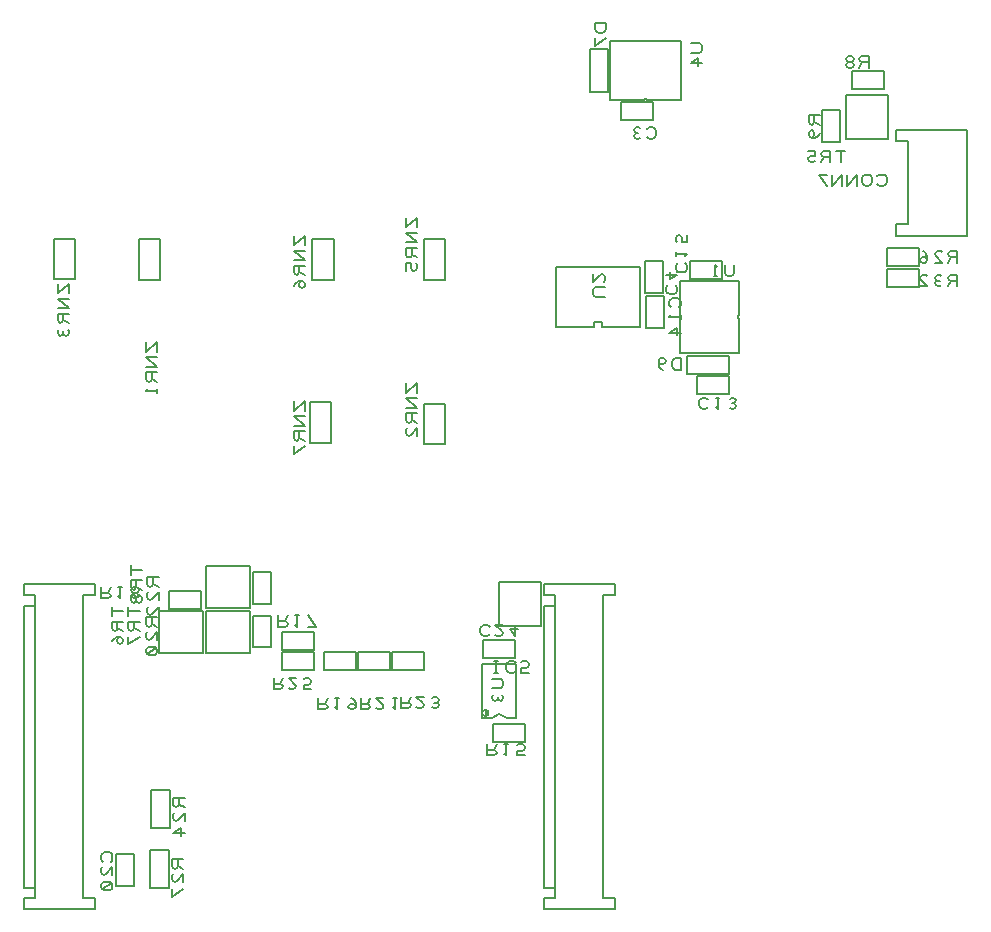
<source format=gbo>
%FSLAX34Y34*%
%MOMM*%
G04 EasyPC Gerber Version 18.0.6 Build 3620 *
%ADD10C,0.12700*%
X0Y0D02*
D02*
D10*
X635Y288760D02*
Y279760D01*
X9635*
Y270760*
X635*
Y31760*
X9635*
Y22760*
X635*
Y13760*
X60635*
Y22760*
X50635*
Y279760*
X60635*
Y288760*
X635*
X9635Y270510D02*
Y31760D01*
X28829Y543260D02*
Y535322D01*
X38354Y543260*
Y535322*
Y530560D02*
X28829D01*
X38354Y522622*
X28829*
X38354Y517860D02*
X28829D01*
Y512304*
X29622Y510716*
X31210Y509922*
X32797Y510716*
X33591Y512304*
Y517860*
Y512304D02*
X38354Y509922D01*
X37560Y504366D02*
X38354Y502779D01*
Y501191*
X37560Y499604*
X35972Y498810*
X34385Y499604*
X33591Y501191*
Y502779*
Y501191D02*
X32797Y499604D01*
X31210Y498810*
X29622Y499604*
X28829Y501191*
Y502779*
X29622Y504366*
X43425Y581050D02*
Y546970D01*
X25345*
Y581050*
X43425*
X65635Y286379D02*
Y276854D01*
X71191*
X72779Y277647*
X73573Y279235*
X72779Y280822*
X71191Y281616*
X65635*
X71191D02*
X73573Y286379D01*
X79923D02*
X83098D01*
X81510D02*
Y276854D01*
X79923Y278441*
X93416Y281616D02*
X95004D01*
X96591Y280822*
X97385Y279235*
X96591Y277647*
X95004Y276854*
X93416*
X91829Y277647*
X91035Y279235*
X91829Y280822*
X93416Y281616*
X91829Y282410*
X91035Y283997*
X91829Y285585*
X93416Y286379*
X95004*
X96591Y285585*
X97385Y283997*
X96591Y282410*
X95004Y281616*
X73666Y53822D02*
X74460Y54616D01*
X75254Y56204*
Y58585*
X74460Y60172*
X73666Y60966*
X72079Y61760*
X68904*
X67316Y60966*
X66522Y60172*
X65729Y58585*
Y56204*
X66522Y54616*
X67316Y53822*
X75254Y42710D02*
Y49060D01*
X69697Y43504*
X68110Y42710*
X66522Y43504*
X65729Y45091*
Y47472*
X66522Y49060*
X74460Y35566D02*
X75254Y33979D01*
Y32391*
X74460Y30804*
X72872Y30010*
X68110*
X66522Y30804*
X65729Y32391*
Y33979*
X66522Y35566*
X68110Y36360*
X72872*
X74460Y35566*
X66522Y30804*
X84254Y265791D02*
X74729D01*
Y269760D02*
Y261822D01*
X84254Y257060D02*
X74729D01*
Y251504*
X75522Y249916*
X77110Y249122*
X78697Y249916*
X79491Y251504*
Y257060*
Y251504D02*
X84254Y249122D01*
X81872Y244360D02*
X80285Y243566D01*
X79491Y241979*
Y240391*
X80285Y238804*
X81872Y238010*
X83460Y238804*
X84254Y240391*
Y241979*
X83460Y243566*
X81872Y244360*
X79491*
X77110Y243566*
X75522Y241979*
X74729Y240391*
X93175Y60300D02*
Y33220D01*
X78095*
Y60300*
X93175*
X98254Y265791D02*
X88729D01*
Y269760D02*
Y261822D01*
X98254Y257060D02*
X88729D01*
Y251504*
X89522Y249916*
X91110Y249122*
X92697Y249916*
X93491Y251504*
Y257060*
Y251504D02*
X98254Y249122D01*
Y244360D02*
X88729Y238010D01*
Y244360*
X100254Y300791D02*
X90729D01*
Y304760D02*
Y296822D01*
X100254Y292060D02*
X90729D01*
Y286504*
X91522Y284916*
X93110Y284122*
X94697Y284916*
X95491Y286504*
Y292060*
Y286504D02*
X100254Y284122D01*
X95491Y276979D02*
Y275391D01*
X94697Y273804*
X93110Y273010*
X91522Y273804*
X90729Y275391*
Y276979*
X91522Y278566*
X93110Y279360*
X94697Y278566*
X95491Y276979*
X96285Y278566*
X97872Y279360*
X99460Y278566*
X100254Y276979*
Y275391*
X99460Y273804*
X97872Y273010*
X96285Y273804*
X95491Y275391*
X107385Y63560D02*
Y31560D01*
X123385*
Y63560*
X107385*
X114330Y265905D02*
Y230260D01*
X151795*
Y265905*
X114330*
X113254Y260760D02*
X103729D01*
Y255204*
X104522Y253616*
X106110Y252822*
X107697Y253616*
X108491Y255204*
Y260760*
Y255204D02*
X113254Y252822D01*
Y241710D02*
Y248060D01*
X107697Y242504*
X106110Y241710*
X104522Y242504*
X103729Y244091*
Y246472*
X104522Y248060*
X112460Y234566D02*
X113254Y232979D01*
Y231391*
X112460Y229804*
X110872Y229010*
X106110*
X104522Y229804*
X103729Y231391*
Y232979*
X104522Y234566*
X106110Y235360*
X110872*
X112460Y234566*
X104522Y229804*
X103729Y493760D02*
Y485822D01*
X113254Y493760*
Y485822*
Y481060D02*
X103729D01*
X113254Y473122*
X103729*
X113254Y468360D02*
X103729D01*
Y462804*
X104522Y461216*
X106110Y460422*
X107697Y461216*
X108491Y462804*
Y468360*
Y462804D02*
X113254Y460422D01*
Y454072D02*
Y450897D01*
Y452485D02*
X103729D01*
X105316Y454072*
X115675Y580800D02*
Y546720D01*
X97595*
Y580800*
X115675*
X114254Y294760D02*
X104729D01*
Y289204*
X105522Y287616*
X107110Y286822*
X108697Y287616*
X109491Y289204*
Y294760*
Y289204D02*
X114254Y286822D01*
Y275710D02*
Y282060D01*
X108697Y276504*
X107110Y275710*
X105522Y276504*
X104729Y278091*
Y280472*
X105522Y282060*
X114254Y263010D02*
Y269360D01*
X108697Y263804*
X107110Y263010*
X105522Y263804*
X104729Y265391*
Y267772*
X105522Y269360*
X123885Y82560D02*
Y114560D01*
X107885*
Y82560*
X123885*
X135254Y55760D02*
X125729D01*
Y50204*
X126522Y48616*
X128110Y47822*
X129697Y48616*
X130491Y50204*
Y55760*
Y50204D02*
X135254Y47822D01*
Y36710D02*
Y43060D01*
X129697Y37504*
X128110Y36710*
X126522Y37504*
X125729Y39091*
Y41472*
X126522Y43060*
X135254Y30360D02*
X125729Y24010D01*
Y30360*
X136254Y107760D02*
X126729D01*
Y102204*
X127522Y100616*
X129110Y99822*
X130697Y100616*
X131491Y102204*
Y107760*
Y102204D02*
X136254Y99822D01*
Y88710D02*
Y95060D01*
X130697Y89504*
X129110Y88710*
X127522Y89504*
X126729Y91091*
Y93472*
X127522Y95060*
X136254Y78391D02*
X126729D01*
X133079Y82360*
Y76010*
X150175Y268220D02*
X123095D01*
Y283300*
X150175*
Y268220*
X154330Y265905D02*
Y230260D01*
X191795*
Y265905*
X154330*
Y303905D02*
Y268260D01*
X191795*
Y303905*
X154330*
X209175Y262300D02*
Y235220D01*
X194095*
Y262300*
X209175*
Y299300D02*
Y272220D01*
X194095*
Y299300*
X209175*
X211635Y209379D02*
Y199854D01*
X217191*
X218779Y200647*
X219573Y202235*
X218779Y203822*
X217191Y204616*
X211635*
X217191D02*
X219573Y209379D01*
X230685D02*
X224335D01*
X229891Y203822*
X230685Y202235*
X229891Y200647*
X228304Y199854*
X225923*
X224335Y200647*
X237035Y208585D02*
X238623Y209379D01*
X241004*
X242591Y208585*
X243385Y206997*
Y206204*
X242591Y204616*
X241004Y203822*
X237035*
Y199854*
X243385*
X215635Y262379D02*
Y252854D01*
X221191*
X222779Y253647*
X223573Y255235*
X222779Y256822*
X221191Y257616*
X215635*
X221191D02*
X223573Y262379D01*
X229923D02*
X233098D01*
X231510D02*
Y252854D01*
X229923Y254441*
X241035Y262379D02*
X247385Y252854D01*
X241035*
X219095Y248300D02*
X246175D01*
Y233220*
X219095*
Y248300*
X228729Y443760D02*
Y435822D01*
X238254Y443760*
Y435822*
Y431060D02*
X228729D01*
X238254Y423122*
X228729*
X238254Y418360D02*
X228729D01*
Y412804*
X229522Y411216*
X231110Y410422*
X232697Y411216*
X233491Y412804*
Y418360*
Y412804D02*
X238254Y410422D01*
Y405660D02*
X228729Y399310D01*
Y405660*
Y583760D02*
Y575822D01*
X238254Y583760*
Y575822*
Y571060D02*
X228729D01*
X238254Y563122*
X228729*
X238254Y558360D02*
X228729D01*
Y552804*
X229522Y551216*
X231110Y550422*
X232697Y551216*
X233491Y552804*
Y558360*
Y552804D02*
X238254Y550422D01*
X235872Y545660D02*
X234285Y544866D01*
X233491Y543279*
Y541691*
X234285Y540104*
X235872Y539310*
X237460Y540104*
X238254Y541691*
Y543279*
X237460Y544866*
X235872Y545660*
X233491*
X231110Y544866*
X229522Y543279*
X228729Y541691*
X242595Y408720D02*
Y442800D01*
X260675*
Y408720*
X242595*
X244595Y546720D02*
Y580800D01*
X262675*
Y546720*
X244595*
X246175Y216220D02*
X219095D01*
Y231300*
X246175*
Y216220*
X249635Y192379D02*
Y182854D01*
X255191*
X256779Y183647*
X257573Y185235*
X256779Y186822*
X255191Y187616*
X249635*
X255191D02*
X257573Y192379D01*
X263923D02*
X267098D01*
X265510D02*
Y182854D01*
X263923Y184441*
X277416Y192379D02*
X279004Y191585D01*
X280591Y189997*
X281385Y187616*
Y185235*
X280591Y183647*
X279004Y182854*
X277416*
X275829Y183647*
X275035Y185235*
X275829Y186822*
X277416Y187616*
X279004*
X280591Y186822*
X281385Y185235*
X281175Y216220D02*
X254095D01*
Y231300*
X281175*
Y216220*
X283095Y231300D02*
X310175D01*
Y216220*
X283095*
Y231300*
X285635Y192379D02*
Y182854D01*
X291191*
X292779Y183647*
X293573Y185235*
X292779Y186822*
X291191Y187616*
X285635*
X291191D02*
X293573Y192379D01*
X304685D02*
X298335D01*
X303891Y186822*
X304685Y185235*
X303891Y183647*
X302304Y182854*
X299923*
X298335Y183647*
X312623Y192379D02*
X315798D01*
X314210D02*
Y182854D01*
X312623Y184441*
X312095Y231300D02*
X339175D01*
Y216220*
X312095*
Y231300*
X319635Y193379D02*
Y183854D01*
X325191*
X326779Y184647*
X327573Y186235*
X326779Y187822*
X325191Y188616*
X319635*
X325191D02*
X327573Y193379D01*
X338685D02*
X332335D01*
X337891Y187822*
X338685Y186235*
X337891Y184647*
X336304Y183854*
X333923*
X332335Y184647*
X345829Y192585D02*
X347416Y193379D01*
X349004*
X350591Y192585*
X351385Y190997*
X350591Y189410*
X349004Y188616*
X347416*
X349004D02*
X350591Y187822D01*
X351385Y186235*
X350591Y184647*
X349004Y183854*
X347416*
X345829Y184647*
X323729Y458760D02*
Y450822D01*
X333254Y458760*
Y450822*
Y446060D02*
X323729D01*
X333254Y438122*
X323729*
X333254Y433360D02*
X323729D01*
Y427804*
X324522Y426216*
X326110Y425422*
X327697Y426216*
X328491Y427804*
Y433360*
Y427804D02*
X333254Y425422D01*
Y414310D02*
Y420660D01*
X327697Y415104*
X326110Y414310*
X324522Y415104*
X323729Y416691*
Y419072*
X324522Y420660*
X323729Y598760D02*
Y590822D01*
X333254Y598760*
Y590822*
Y586060D02*
X323729D01*
X333254Y578122*
X323729*
X333254Y573360D02*
X323729D01*
Y567804*
X324522Y566216*
X326110Y565422*
X327697Y566216*
X328491Y567804*
Y573360*
Y567804D02*
X333254Y565422D01*
X332460Y560660D02*
X333254Y559072D01*
Y556691*
X332460Y555104*
X330872Y554310*
X330079*
X328491Y555104*
X327697Y556691*
Y560660*
X323729*
Y554310*
X338595Y407720D02*
Y441800D01*
X356675*
Y407720*
X338595*
Y546720D02*
Y580800D01*
X356675*
Y546720*
X338595*
X394573Y252791D02*
X393779Y253585D01*
X392191Y254379*
X389810*
X388223Y253585*
X387429Y252791*
X386635Y251204*
Y248029*
X387429Y246441*
X388223Y245647*
X389810Y244854*
X392191*
X393779Y245647*
X394573Y246441*
X405685Y254379D02*
X399335D01*
X404891Y248822*
X405685Y247235*
X404891Y245647*
X403304Y244854*
X400923*
X399335Y245647*
X416004Y254379D02*
Y244854D01*
X412035Y251204*
X418385*
X390995Y177050D02*
G75*
G02Y182370J2660D01*
G01*
G75*
G02Y177050J-2660*
G01*
G36*
G75*
G02Y182370J2660*
G01*
G75*
G02Y177050J-2660*
G01*
G37*
X392635Y153379D02*
Y143854D01*
X398191*
X399779Y144647*
X400573Y146235*
X399779Y147822*
X398191Y148616*
X392635*
X398191D02*
X400573Y153379D01*
X406923D02*
X410098D01*
X408510D02*
Y143854D01*
X406923Y145441*
X418035Y152585D02*
X419623Y153379D01*
X422004*
X423591Y152585*
X424385Y150997*
Y150204*
X423591Y148616*
X422004Y147822*
X418035*
Y143854*
X424385*
X398516Y223439D02*
X401691D01*
X400104D02*
Y213914D01*
X398516D02*
X401691D01*
X416773Y221851D02*
X415979Y222645D01*
X414391Y223439*
X412010*
X410423Y222645*
X409629Y221851*
X408835Y220264*
Y217089*
X409629Y215501*
X410423Y214707*
X412010Y213914*
X414391*
X415979Y214707*
X416773Y215501*
X421535Y222645D02*
X423123Y223439D01*
X425504*
X427091Y222645*
X427885Y221057*
Y220264*
X427091Y218676*
X425504Y217882*
X421535*
Y213914*
X427885*
X397095Y170300D02*
X424175D01*
Y155220*
X397095*
Y170300*
X402490Y253455D02*
X438135D01*
Y290920*
X402490*
Y253455*
X396729Y208760D02*
X403872D01*
X405460Y207966*
X406254Y206379*
Y203204*
X405460Y201616*
X403872Y200822*
X396729*
X405460Y195266D02*
X406254Y193679D01*
Y192091*
X405460Y190504*
X403872Y189710*
X402285Y190504*
X401491Y192091*
Y193679*
Y192091D02*
X400697Y190504D01*
X399110Y189710*
X397522Y190504*
X396729Y192091*
Y193679*
X397522Y195266*
X416175Y226220D02*
X389095D01*
Y241300*
X416175*
Y226220*
X416935Y175910D02*
Y221610D01*
X388335*
Y175910*
X396285*
X402635Y179085*
X408985Y175910*
X416935*
X440635Y288760D02*
Y279760D01*
X449635*
Y270760*
X440635*
Y31760*
X449635*
Y22760*
X440635*
Y13760*
X500635*
Y22760*
X490635*
Y279760*
X500635*
Y288760*
X440635*
X449635Y270510D02*
Y31760D01*
X479635Y705760D02*
Y741760D01*
X494635*
Y705760*
X479635*
X491891Y532210D02*
X484748D01*
X483160Y533004*
X482366Y534591*
Y537766*
X483160Y539354*
X484748Y540148*
X491891*
X482366Y551260D02*
Y544910D01*
X487923Y550466*
X489510Y551260*
X491098Y550466*
X491891Y548879*
Y546498*
X491098Y544910*
X493254Y763760D02*
X483729D01*
Y758997*
X484522Y757410*
X485316Y756616*
X486904Y755822*
X490079*
X491666Y756616*
X492460Y757410*
X493254Y758997*
Y763760*
Y751060D02*
X483729Y744710D01*
Y751060*
X506095Y697300D02*
X533175D01*
Y682220*
X506095*
Y697300*
X522035Y506860D02*
Y557560D01*
X450635*
Y506860*
X482585*
Y510610*
X490085*
Y506860*
X522035*
X526095Y535620D02*
Y562700D01*
X541175*
Y535620*
X526095*
X527095Y505620D02*
Y532700D01*
X542175*
Y505620*
X527095*
X527697Y667729D02*
X528491Y666935D01*
X530079Y666141*
X532460*
X534047Y666935*
X534841Y667729*
X535635Y669316*
Y672491*
X534841Y674079*
X534047Y674873*
X532460Y675666*
X530079*
X528491Y674873*
X527697Y674079*
X522141Y666935D02*
X520554Y666141D01*
X518966*
X517379Y666935*
X516585Y668523*
X517379Y670110*
X518966Y670904*
X520554*
X518966D02*
X517379Y671698D01*
X516585Y673285*
X517379Y674873*
X518966Y675666*
X520554*
X522141Y674873*
X545604Y542098D02*
X544810Y541304D01*
X544016Y539716*
Y537335*
X544810Y535748*
X545604Y534954*
X547191Y534160*
X550366*
X551954Y534954*
X552748Y535748*
X553541Y537335*
Y539716*
X552748Y541304*
X551954Y542098*
X544016Y550829D02*
X553541D01*
X547191Y546860*
Y553210*
X553604Y560698D02*
X552810Y559904D01*
X552016Y558316*
Y555935*
X552810Y554348*
X553604Y553554*
X555191Y552760*
X558366*
X559954Y553554*
X560748Y554348*
X561541Y555935*
Y558316*
X560748Y559904*
X559954Y560698*
X552016Y567048D02*
Y570223D01*
Y568635D02*
X561541D01*
X559954Y567048*
X552810Y578160D02*
X552016Y579748D01*
Y582129*
X552810Y583716*
X554398Y584510*
X555191*
X556779Y583716*
X557573Y582129*
Y578160*
X561541*
Y584510*
X556635Y470541D02*
Y480066D01*
X551872*
X550285Y479273*
X549491Y478479*
X548697Y476891*
Y473716*
X549491Y472129*
X550285Y471335*
X551872Y470541*
X556635*
X541554D02*
X539966Y471335D01*
X538379Y472923*
X537585Y475304*
Y477685*
X538379Y479273*
X539966Y480066*
X541554*
X543141Y479273*
X543935Y477685*
X543141Y476098*
X541554Y475304*
X539966*
X538379Y476098*
X537585Y477685*
X556835Y698710D02*
Y748810D01*
X496435*
Y698710*
X525385*
Y699960*
X527885*
Y698710*
X556835*
X554666Y523222D02*
X555460Y524016D01*
X556254Y525604*
Y527985*
X555460Y529572*
X554666Y530366*
X553079Y531160*
X549904*
X548316Y530366*
X547522Y529572*
X546729Y527985*
Y525604*
X547522Y524016*
X548316Y523222*
X556254Y516872D02*
Y513697D01*
Y515285D02*
X546729D01*
X548316Y516872*
X556254Y501791D02*
X546729D01*
X553079Y505760*
Y499410*
X564095Y562700D02*
X591175D01*
Y547620*
X564095*
Y562700*
X579573Y445191D02*
X578779Y445985D01*
X577191Y446779*
X574810*
X573223Y445985*
X572429Y445191*
X571635Y443604*
Y440429*
X572429Y438841*
X573223Y438047*
X574810Y437254*
X577191*
X578779Y438047*
X579573Y438841*
X585923Y446779D02*
X589098D01*
X587510D02*
Y437254D01*
X585923Y438841*
X597829Y445985D02*
X599416Y446779D01*
X601004*
X602591Y445985*
X603385Y444397*
X602591Y442810*
X601004Y442016*
X599416*
X601004D02*
X602591Y441222D01*
X603385Y439635*
X602591Y438047*
X601004Y437254*
X599416*
X597829Y438047*
X564729Y746760D02*
X571872D01*
X573460Y745966*
X574254Y744379*
Y741204*
X573460Y739616*
X571872Y738822*
X564729*
X574254Y730091D02*
X564729D01*
X571079Y734060*
Y727710*
X597175Y449620D02*
X570095D01*
Y464700*
X597175*
Y449620*
X597635Y467160D02*
X561635D01*
Y482160*
X597635*
Y467160*
X601635Y559066D02*
Y551923D01*
X600841Y550335*
X599254Y549541*
X596079*
X594491Y550335*
X593697Y551923*
Y559066*
X587347Y549541D02*
X584172D01*
X585760D02*
Y559066D01*
X587347Y557479*
X605685Y545360D02*
X555585D01*
Y484960*
X605685*
Y513910*
X604435*
Y516410*
X605685*
Y545360*
X674254Y685760D02*
X664729D01*
Y680204*
X665522Y678616*
X667110Y677822*
X668697Y678616*
X669491Y680204*
Y685760*
Y680204D02*
X674254Y677822D01*
Y670679D02*
X673460Y669091D01*
X671872Y667504*
X669491Y666710*
X667110*
X665522Y667504*
X664729Y669091*
Y670679*
X665522Y672266*
X667110Y673060*
X668697Y672266*
X669491Y670679*
Y669091*
X668697Y667504*
X667110Y666710*
X691175Y690300D02*
Y663220D01*
X676095*
Y690300*
X691175*
X691666Y646141D02*
Y655666D01*
X695635D02*
X687697D01*
X682935Y646141D02*
Y655666D01*
X677379*
X675791Y654873*
X674997Y653285*
X675791Y651698*
X677379Y650904*
X682935*
X677379D02*
X674997Y646141D01*
X670235Y646935D02*
X668647Y646141D01*
X666266*
X664679Y646935*
X663885Y648523*
Y649316*
X664679Y650904*
X666266Y651698*
X670235*
Y655666*
X663885*
X696490Y665455D02*
X732135D01*
Y702920*
X696490*
Y665455*
X701095Y723300D02*
X728175D01*
Y708220*
X701095*
Y723300*
X715635Y726141D02*
Y735666D01*
X710079*
X708491Y734873*
X707697Y733285*
X708491Y731698*
X710079Y730904*
X715635*
X710079D02*
X707697Y726141D01*
X700554Y730904D02*
X698966D01*
X697379Y731698*
X696585Y733285*
X697379Y734873*
X698966Y735666*
X700554*
X702141Y734873*
X702935Y733285*
X702141Y731698*
X700554Y730904*
X702141Y730110*
X702935Y728523*
X702141Y726935*
X700554Y726141*
X698966*
X697379Y726935*
X696585Y728523*
X697379Y730110*
X698966Y730904*
X722697Y627729D02*
X723491Y626935D01*
X725079Y626141*
X727460*
X729047Y626935*
X729841Y627729*
X730635Y629316*
Y632491*
X729841Y634079*
X729047Y634873*
X727460Y635666*
X725079*
X723491Y634873*
X722697Y634079*
X717935Y629316D02*
Y632491D01*
X717141Y634079*
X716347Y634873*
X714760Y635666*
X713172*
X711585Y634873*
X710791Y634079*
X709997Y632491*
Y629316*
X710791Y627729*
X711585Y626935*
X713172Y626141*
X714760*
X716347Y626935*
X717141Y627729*
X717935Y629316*
X705235Y626141D02*
Y635666D01*
X697297Y626141*
Y635666*
X692535Y626141D02*
Y635666D01*
X684597Y626141*
Y635666*
X679835Y626141D02*
X673485Y635666D01*
X679835*
X738635Y583760D02*
Y593760D01*
X748635*
Y663760*
X738635*
Y673760*
X798635*
Y583760*
X738635*
X758175Y540220D02*
X731095D01*
Y555300*
X758175*
Y540220*
Y558220D02*
X731095D01*
Y573300*
X758175*
Y558220*
X790635Y541141D02*
Y550666D01*
X785079*
X783491Y549873*
X782697Y548285*
X783491Y546698*
X785079Y545904*
X790635*
X785079D02*
X782697Y541141D01*
X777141Y541935D02*
X775554Y541141D01*
X773966*
X772379Y541935*
X771585Y543523*
X772379Y545110*
X773966Y545904*
X775554*
X773966D02*
X772379Y546698D01*
X771585Y548285*
X772379Y549873*
X773966Y550666*
X775554*
X777141Y549873*
X758885Y541141D02*
X765235D01*
X759679Y546698*
X758885Y548285*
X759679Y549873*
X761266Y550666*
X763647*
X765235Y549873*
X790635Y561141D02*
Y570666D01*
X785079*
X783491Y569873*
X782697Y568285*
X783491Y566698*
X785079Y565904*
X790635*
X785079D02*
X782697Y561141D01*
X771585D02*
X777935D01*
X772379Y566698*
X771585Y568285*
X772379Y569873*
X773966Y570666*
X776347*
X777935Y569873*
X765235Y563523D02*
X764441Y565110D01*
X762854Y565904*
X761266*
X759679Y565110*
X758885Y563523*
X759679Y561935*
X761266Y561141*
X762854*
X764441Y561935*
X765235Y563523*
Y565904*
X764441Y568285*
X762854Y569873*
X761266Y570666*
X0Y0D02*
M02*

</source>
